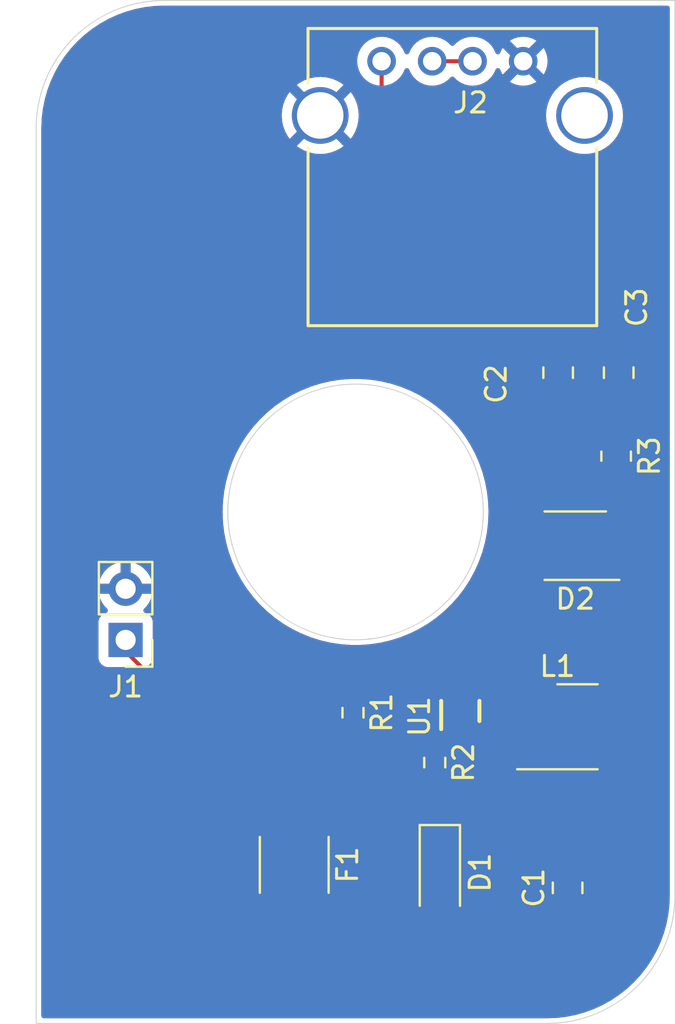
<source format=kicad_pcb>
(kicad_pcb (version 20240108) (generator "pcbnew") (generator_version "8.0")
  (layers (0 "F.Cu" signal) (31 "B.Cu" signal) (34 "B.Paste" user) (35 "F.Paste" user) (36 "B.SilkS" user "B.Silkscreen") (37 "F.SilkS" user "F.Silkscreen") (38 "B.Mask" user) (39 "F.Mask" user) (44 "Edge.Cuts" user))
  (net 0 "")
  (net 1 "Net-(D1-K)")
  (net 2 "GND")
  (net 3 "Net-(J2-VBUS)")
  (net 4 "Net-(D1-A)")
  (net 5 "Net-(D2-A)")
  (net 6 "Net-(J1-Pin_1)")
  (net 7 "Net-(J2-D+)")
  (net 8 "Net-(U1-SW)")
  (net 9 "Net-(U1-FB)")
  (footprint "Capacitor_SMD:C_0805_2012Metric" (layer "F.Cu") (at 214.376 145.669 90)
    (property "Reference" "C1" (at 0 -1.68 90) (layer "F.SilkS"))
    (property "Value" "10 uF")
    (fp_line (start -0.261252 -0.735) (end 0.261252 -0.735) (stroke (width 0.12)) (layer "F.SilkS"))
    (fp_line (start -0.261252 0.735) (end 0.261252 0.735) (stroke (width 0.12)) (layer "F.SilkS"))
    (pad "1" smd roundrect (at -0.95 0 90) (size 1 1.45) (layers "F.Cu" "F.Paste" "F.Mask") (net 1 "Net-(D1-K)"))
    (pad "2" smd roundrect (at 0.95 0 90) (size 1 1.45) (layers "F.Cu" "F.Paste" "F.Mask") (net 2 "GND"))
  )
  (footprint "Fuse:Fuse_1812_4532Metric_Pad1.30x3.40mm_HandSolder" (layer "F.Cu") (at 200.787 144.526 -90)
    (property "Reference" "F1" (at 0 -2.65 90) (layer "F.SilkS"))
    (property "Value" "PTC Resettable Fuse")
    (fp_line (start -1.386252 1.71) (end 1.386252 1.71) (stroke (width 0.12)) (layer "F.SilkS"))
    (fp_line (start -1.386252 -1.71) (end 1.386252 -1.71) (stroke (width 0.12)) (layer "F.SilkS"))
    (pad "1" smd roundrect (at -2.225 0 270) (size 1.3 3.4) (layers "F.Cu" "F.Paste" "F.Mask") (roundrect_rratio 0.192308) (net 6 "Net-(J1-Pin_1)"))
    (pad "2" smd roundrect (at 2.225 0 270) (size 1.3 3.4) (layers "F.Cu" "F.Paste" "F.Mask") (roundrect_rratio 0.192308) (net 4 "Net-(D1-A)"))
  )
  (footprint "Resistor_SMD:R_0603_1608Metric" (layer "F.Cu") (at 207.772 139.446 -90)
    (property "Reference" "R2" (at 0 -1.43 90) (layer "F.SilkS"))
    (property "Value" "100 kΩ")
    (fp_line (start -0.237258 0.5225) (end 0.237258 0.5225) (stroke (width 0.12)) (layer "F.SilkS"))
    (fp_line (start -0.237258 -0.5225) (end 0.237258 -0.5225) (stroke (width 0.12)) (layer "F.SilkS"))
    (pad "1" smd roundrect (at -0.825 0 270) (size 0.8 0.95) (layers "F.Cu" "F.Paste" "F.Mask") (net 9 "Net-(U1-FB)"))
    (pad "2" smd roundrect (at 0.825 0 270) (size 0.8 0.95) (layers "F.Cu" "F.Paste" "F.Mask") (net 2 "GND"))
  )
  (footprint "Capacitor_SMD:C_0805_2012Metric" (layer "F.Cu") (at 216.916 120.081 90)
    (property "Reference" "C3" (at 3.241 0.889 90) (layer "F.SilkS"))
    (property "Value" "22 uF")
    (fp_line (start -0.261252 -0.735) (end 0.261252 -0.735) (stroke (width 0.12)) (layer "F.SilkS"))
    (fp_line (start -0.261252 0.735) (end 0.261252 0.735) (stroke (width 0.12)) (layer "F.SilkS"))
    (pad "1" smd roundrect (at -0.95 0 90) (size 1 1.45) (layers "F.Cu" "F.Paste" "F.Mask") (net 3 "Net-(J2-VBUS)"))
    (pad "2" smd roundrect (at 0.95 0 90) (size 1 1.45) (layers "F.Cu" "F.Paste" "F.Mask") (net 2 "GND"))
  )
  (footprint "LED_SMD:LED_ROHM_SMLVN6" (layer "F.Cu") (at 214.756 128.6745 180)
    (property "Reference" "D2" (at 0 -2.65 0) (layer "F.SilkS"))
    (property "Value" "LED")
    (fp_line (start -1.525 1.7) (end 1.525 1.7) (stroke (width 0.12)) (layer "F.SilkS"))
    (fp_line (start -2.19 -1.7) (end 1.525 -1.7) (stroke (width 0.12)) (layer "F.SilkS"))
    (pad "1" smd roundrect (at -1.525 -1.05 180) (size 1.45 0.8) (layers "F.Cu" "F.Paste" "F.Mask") (roundrect_rratio 0.2) (net 2 "GND"))
    (pad "2" smd roundrect (at -1.525 0 180) (size 1.45 0.6) (layers "F.Cu" "F.Paste" "F.Mask") (roundrect_rratio 0.2) (net 5 "Net-(D2-A)"))
    (pad "3" smd roundrect (at -1.525 1.05 180) (size 1.45 0.8) (layers "F.Cu" "F.Paste" "F.Mask") (roundrect_rratio 0.2))
    (pad "4" smd roundrect (at 1.525 1.05 180) (size 1.45 0.8) (layers "F.Cu" "F.Paste" "F.Mask") (roundrect_rratio 0.2))
    (pad "5" smd roundrect (at 1.525 0 180) (size 1.45 0.6) (layers "F.Cu" "F.Paste" "F.Mask") (roundrect_rratio 0.2))
    (pad "6" smd roundrect (at 1.525 -1.05 180) (size 1.45 0.8) (layers "F.Cu" "F.Paste" "F.Mask") (roundrect_rratio 0.2))
  )
  (footprint "Capacitor_SMD:C_0805_2012Metric" (layer "F.Cu") (at 213.906 120.081 90)
    (property "Reference" "C2" (at -0.569 -3.086 90) (layer "F.SilkS"))
    (property "Value" "22 uF")
    (fp_line (start -0.261252 -0.735) (end 0.261252 -0.735) (stroke (width 0.12)) (layer "F.SilkS"))
    (fp_line (start -0.261252 0.735) (end 0.261252 0.735) (stroke (width 0.12)) (layer "F.SilkS"))
    (pad "1" smd roundrect (at -0.95 0 90) (size 1 1.45) (layers "F.Cu" "F.Paste" "F.Mask") (net 3 "Net-(J2-VBUS)"))
    (pad "2" smd roundrect (at 0.95 0 90) (size 1 1.45) (layers "F.Cu" "F.Paste" "F.Mask") (net 2 "GND"))
  )
  (footprint "Diode_SMD:D_SOD-123" (layer "F.Cu") (at 208.026 144.908 -90)
    (property "Reference" "D1" (at 0 -2 90) (layer "F.SilkS"))
    (property "Value" "D_Schottky")
    (fp_line (start -2.36 1) (end 1.65 1) (stroke (width 0.12)) (layer "F.SilkS"))
    (fp_line (start -2.36 -1) (end -2.36 1) (stroke (width 0.12)) (layer "F.SilkS"))
    (fp_line (start -2.36 -1) (end 1.65 -1) (stroke (width 0.12)) (layer "F.SilkS"))
    (pad "1" smd roundrect (at -1.65 0 270) (size 0.9 1.2) (layers "F.Cu" "F.Paste" "F.Mask") (net 1 "Net-(D1-K)"))
    (pad "2" smd roundrect (at 1.65 0 270) (size 0.9 1.2) (layers "F.Cu" "F.Paste" "F.Mask") (net 4 "Net-(D1-A)"))
  )
  (footprint "Inductor_SMD_Wurth:L_Wurth_WE-LQSH-4020" (layer "F.Cu") (at 213.868 137.668)
    (property "Reference" "L1" (at 0 -3 0) (layer "F.SilkS"))
    (property "Value" "1 µH")
    (fp_line (start -2 2.11) (end 2 2.11) (stroke (width 0.12)) (layer "F.SilkS"))
    (fp_line (start 0 -2.11) (end 2 -2.11) (stroke (width 0.12)) (layer "F.SilkS"))
    (pad "1" smd rect (at -1.55 0) (size 1.2 3.3) (layers "F.Cu" "F.Paste" "F.Mask") (net 1 "Net-(D1-K)"))
    (pad "2" smd rect (at 1.55 0) (size 1.2 3.3) (layers "F.Cu" "F.Paste" "F.Mask") (net 8 "Net-(U1-SW)"))
  )
  (footprint "Connector_PinHeader_2.54mm:PinHeader_1x02_P2.54mm_Vertical" (layer "F.Cu") (at 192.405 133.355 180)
    (property "Reference" "J1" (at 0 -2.33 0) (layer "F.SilkS"))
    (property "Value" "Conn_01x02_Pin")
    (fp_line (start 1.33 1.27) (end 1.33 3.87) (stroke (width 0.12)) (layer "F.SilkS"))
    (fp_line (start -1.33 3.87) (end 1.33 3.87) (stroke (width 0.12)) (layer "F.SilkS"))
    (fp_line (start -1.33 1.27) (end 1.33 1.27) (stroke (width 0.12)) (layer "F.SilkS"))
    (fp_line (start -1.33 1.27) (end -1.33 3.87) (stroke (width 0.12)) (layer "F.SilkS"))
    (fp_line (start -1.33 0) (end -1.33 -1.33) (stroke (width 0.12)) (layer "F.SilkS"))
    (fp_line (start -1.33 -1.33) (end 0 -1.33) (stroke (width 0.12)) (layer "F.SilkS"))
    (pad "1" thru_hole rect (at 0 0 180) (size 1.7 1.7) (drill 1) (layers "*.Cu" "*.Mask") (net 6 "Net-(J1-Pin_1)"))
    (pad "2" thru_hole oval (at 0 2.54 180) (size 1.7 1.7) (drill 1) (layers "*.Cu" "*.Mask") (net 2 "GND"))
  )
  (footprint "usb_charger_library:87520_0010BLF" (layer "F.Cu") (at 205.0144 104.508259)
    (property "Reference" "J2" (at 4.5356 2.171741 0) (layer "F.SilkS"))
    (property "Value" "USB_A")
    (fp_line (start -3.5416 -1.517609) (end -3.5416 1.16654) (stroke (width 0.1524)) (layer "F.SilkS"))
    (fp_line (start -3.5416 4.434241) (end -3.5416 13.239791) (stroke (width 0.1524)) (layer "F.SilkS"))
    (fp_line (start -3.5416 13.239791) (end 10.8094 13.239791) (stroke (width 0.1524)) (layer "F.SilkS"))
    (fp_line (start 10.8094 -1.517609) (end -3.5416 -1.517609) (stroke (width 0.1524)) (layer "F.SilkS"))
    (fp_line (start 10.8094 1.16654) (end 10.8094 -1.517609) (stroke (width 0.1524)) (layer "F.SilkS"))
    (fp_line (start 10.8094 13.239791) (end 10.8094 4.434241) (stroke (width 0.1524)) (layer "F.SilkS"))
    (pad "1" thru_hole circle (at 0.116 0.107991) (size 1.4224 1.4224) (drill 0.9144) (layers "*.Cu" "*.Mask") (net 3 "Net-(J2-VBUS)"))
    (pad "2" thru_hole circle (at 2.6306 0.107991) (size 1.4224 1.4224) (drill 0.9144) (layers "*.Cu" "*.Mask") (net 7 "Net-(J2-D+)"))
    (pad "3" thru_hole circle (at 4.6372 0.107991) (size 1.4224 1.4224) (drill 0.9144) (layers "*.Cu" "*.Mask") (net 7 "Net-(J2-D+)"))
    (pad "4" thru_hole circle (at 7.1518 0.107991) (size 1.4224 1.4224) (drill 0.9144) (layers "*.Cu" "*.Mask") (net 2 "GND"))
    (pad "5" thru_hole circle (at -2.9361 2.800391) (size 2.8194 2.8194) (drill 2.3114) (layers "*.Cu" "*.Mask") (net 2 "GND"))
    (pad "6" thru_hole circle (at 10.2039 2.800391) (size 2.8194 2.8194) (drill 2.3114) (layers "*.Cu" "*.Mask"))
  )
  (footprint "Resistor_SMD:R_0805_2012Metric" (layer "F.Cu") (at 216.789 124.2295 -90)
    (property "Reference" "R3" (at 0 -1.65 90) (layer "F.SilkS"))
    (property "Value" "280 Ω")
    (fp_line (start -0.227064 0.735) (end 0.227064 0.735) (stroke (width 0.12)) (layer "F.SilkS"))
    (fp_line (start -0.227064 -0.735) (end 0.227064 -0.735) (stroke (width 0.12)) (layer "F.SilkS"))
    (pad "1" smd roundrect (at -0.9125 0 270) (size 1.025 1.4) (layers "F.Cu" "F.Paste" "F.Mask") (roundrect_rratio 0.243902) (net 3 "Net-(J2-VBUS)"))
    (pad "2" smd roundrect (at 0.9125 0 270) (size 1.025 1.4) (layers "F.Cu" "F.Paste" "F.Mask") (roundrect_rratio 0.243902) (net 5 "Net-(D2-A)"))
  )
  (footprint "Resistor_SMD:R_0603_1608Metric" (layer "F.Cu") (at 203.708 136.97 -90)
    (property "Reference" "R1" (at 0 -1.43 90) (layer "F.SilkS"))
    (property "Value" "732 kΩ")
    (fp_line (start -0.237258 0.5225) (end 0.237258 0.5225) (stroke (width 0.12)) (layer "F.SilkS"))
    (fp_line (start -0.237258 -0.5225) (end 0.237258 -0.5225) (stroke (width 0.12)) (layer "F.SilkS"))
    (pad "1" smd roundrect (at -0.825 0 270) (size 0.8 0.95) (layers "F.Cu" "F.Paste" "F.Mask") (net 3 "Net-(J2-VBUS)"))
    (pad "2" smd roundrect (at 0.825 0 270) (size 0.8 0.95) (layers "F.Cu" "F.Paste" "F.Mask") (net 9 "Net-(U1-FB)"))
  )
  (footprint "usb_charger_library:TPS61023DRLR" (layer "F.Cu") (at 209.042003 136.884001 90)
    (property "Reference" "U1" (at -0.275999 -2.032003 90) (layer "F.SilkS"))
    (property "Value" "~")
    (fp_line (start -0.900001 -0.950001) (end 0.499999 -0.950001) (stroke (width 0.2)) (layer "F.SilkS"))
    (fp_line (start -0.499999 0.950001) (end 0.499999 0.950001) (stroke (width 0.2)) (layer "F.SilkS"))
    (pad "1" smd rect (at -0.740001 -0.500002 180) (size 0.299999 0.670001) (layers "F.Cu" "F.Paste" "F.Mask") (net 9 "Net-(U1-FB)"))
    (pad "2" smd rect (at -0.740001 -0.000003 180) (size 0.299999 0.670001) (layers "F.Cu" "F.Paste" "F.Mask") (net 1 "Net-(D1-K)"))
    (pad "3" smd rect (at -0.740001 0.499999 180) (size 0.299999 0.670001) (layers "F.Cu" "F.Paste" "F.Mask") (net 1 "Net-(D1-K)"))
    (pad "4" smd rect (at 0.740001 0.499999 180) (size 0.299999 0.670001) (layers "F.Cu" "F.Paste" "F.Mask") (net 2 "GND"))
    (pad "5" smd rect (at 0.740001 -0.000003 180) (size 0.299999 0.670001) (layers "F.Cu" "F.Paste" "F.Mask") (net 8 "Net-(U1-SW)"))
    (pad "6" smd rect (at 0.740001 -0.500002 180) (size 0.299999 0.670001) (layers "F.Cu" "F.Paste" "F.Mask") (net 3 "Net-(J2-VBUS)"))
  )
  (gr_line (start 194.31 101.6) (end 219.71 101.6) (stroke (width 0.05)) (layer "Edge.Cuts"))
  (gr_arc (start 187.96 107.95) (mid 189.819872 103.459872) (end 194.31 101.6) (stroke (width 0.05)) (layer "Edge.Cuts"))
  (gr_line (start 219.71 146.05) (end 219.71 101.6) (stroke (width 0.05)) (layer "Edge.Cuts"))
  (gr_circle (center 203.835 127) (end 210.185 127) (stroke (width 0.05)) (fill none) (layer "Edge.Cuts"))
  (gr_arc (start 219.71 146.05) (mid 217.850128 150.540128) (end 213.36 152.4) (stroke (width 0.05)) (layer "Edge.Cuts"))
  (gr_line (start 187.96 152.4) (end 213.36 152.4) (stroke (width 0.05)) (layer "Edge.Cuts"))
  (gr_line (start 187.96 107.95) (end 187.96 152.4) (stroke (width 0.05)) (layer "Edge.Cuts"))
  (segment (start 211.387 146.619) (end 208.026 143.258) (width 0.2) (layer "F.Cu") (net 1))
  (segment (start 209.042 137.624002) (end 209.042 142.242) (width 0.2) (layer "F.Cu") (net 1))
  (segment (start 209.042 137.624002) (end 209.542002 137.624002) (width 0.2) (layer "F.Cu") (net 1))
  (segment (start 214.376 146.619) (end 211.387 146.619) (width 0.2) (layer "F.Cu") (net 1))
  (segment (start 209.542002 137.624002) (end 209.695598 137.624002) (width 0.2) (layer "F.Cu") (net 1))
  (segment (start 209.695598 137.624002) (end 209.739596 137.668) (width 0.2) (layer "F.Cu") (net 1))
  (segment (start 209.739596 137.668) (end 212.318 137.668) (width 0.2) (layer "F.Cu") (net 1))
  (segment (start 209.042 142.242) (end 208.026 143.258) (width 0.2) (layer "F.Cu") (net 1))
  (segment (start 209.8615 136.144) (end 216.281 129.7245) (width 0.2) (layer "F.Cu") (net 2))
  (segment (start 209.542002 136.144) (end 209.8615 136.144) (width 0.2) (layer "F.Cu") (net 2))
  (segment (start 203.708 136.145) (end 208.541001 136.145) (width 0.2) (layer "F.Cu") (net 3))
  (segment (start 205.1304 112.2554) (end 213.906 121.031) (width 0.2) (layer "F.Cu") (net 3))
  (segment (start 208.542001 135.559) (end 213.676501 130.4245) (width 0.2) (layer "F.Cu") (net 3))
  (segment (start 213.990972 130.4245) (end 215.0872 129.328272) (width 0.2) (layer "F.Cu") (net 3))
  (segment (start 215.0872 129.328272) (end 215.0872 125.0188) (width 0.2) (layer "F.Cu") (net 3))
  (segment (start 205.1304 104.61625) (end 205.1304 112.2554) (width 0.2) (layer "F.Cu") (net 3))
  (segment (start 215.0872 125.0188) (end 216.789 123.317) (width 0.2) (layer "F.Cu") (net 3))
  (segment (start 216.916 121.031) (end 216.916 123.19) (width 0.2) (layer "F.Cu") (net 3))
  (segment (start 208.541001 136.145) (end 208.542001 136.144) (width 0.2) (layer "F.Cu") (net 3))
  (segment (start 213.906 121.031) (end 216.916 121.031) (width 0.2) (layer "F.Cu") (net 3))
  (segment (start 208.542001 136.144) (end 208.542001 135.559) (width 0.2) (layer "F.Cu") (net 3))
  (segment (start 213.676501 130.4245) (end 213.990972 130.4245) (width 0.2) (layer "F.Cu") (net 3))
  (segment (start 216.916 123.19) (end 216.789 123.317) (width 0.2) (layer "F.Cu") (net 3))
  (segment (start 208.026 146.558) (end 200.98 146.558) (width 0.2) (layer "F.Cu") (net 4))
  (segment (start 200.98 146.558) (end 200.787 146.751) (width 0.2) (layer "F.Cu") (net 4))
  (segment (start 217.306 125.659) (end 217.306 128.059472) (width 0.2) (layer "F.Cu") (net 5))
  (segment (start 216.690972 128.6745) (end 216.281 128.6745) (width 0.2) (layer "F.Cu") (net 5))
  (segment (start 217.306 128.059472) (end 216.690972 128.6745) (width 0.2) (layer "F.Cu") (net 5))
  (segment (start 216.789 125.142) (end 217.306 125.659) (width 0.2) (layer "F.Cu") (net 5))
  (segment (start 192.405 133.355) (end 192.405 133.919) (width 0.2) (layer "F.Cu") (net 6))
  (segment (start 192.405 133.919) (end 200.787 142.301) (width 0.2) (layer "F.Cu") (net 6))
  (segment (start 207.645 104.61625) (end 209.6516 104.61625) (width 0.2) (layer "F.Cu") (net 7))
  (segment (start 211.262001 135.509) (end 209.992001 136.779) (width 0.2) (layer "F.Cu") (net 8))
  (segment (start 215.418 137.668) (end 213.259 135.509) (width 0.2) (layer "F.Cu") (net 8))
  (segment (start 209.992001 136.779) (end 209.092003 136.779) (width 0.2) (layer "F.Cu") (net 8))
  (segment (start 213.259 135.509) (end 211.262001 135.509) (width 0.2) (layer "F.Cu") (net 8))
  (segment (start 209.042 136.728997) (end 209.042 136.144) (width 0.2) (layer "F.Cu") (net 8))
  (segment (start 209.092003 136.779) (end 209.042 136.728997) (width 0.2) (layer "F.Cu") (net 8))
  (segment (start 208.542001 137.624002) (end 208.542001 137.850999) (width 0.2) (layer "F.Cu") (net 9))
  (segment (start 208.542001 137.850999) (end 207.772 138.621) (width 0.2) (layer "F.Cu") (net 9))
  (segment (start 204.534 138.621) (end 203.708 137.795) (width 0.2) (layer "F.Cu") (net 9))
  (segment (start 207.772 138.621) (end 204.534 138.621) (width 0.2) (layer "F.Cu") (net 9))
  (zone (net 2) (net_name "GND") (layer "F.Cu") (priority 1) (connect_pads (clearance 0.5)) (min_thickness 0.25) (fill yes (thermal_gap 0.5) (thermal_bridge_width 0.5))
    (polygon (pts (xy 187.96 152.4) (xy 219.71 152.4) (xy 219.71 101.6) (xy 187.96 101.6)))
  )
  (zone (net 2) (net_name "GND") (layer "B.Cu") (connect_pads (clearance 0.5)) (min_thickness 0.25) (fill yes (thermal_gap 0.5) (thermal_bridge_width 0.5))
    (polygon (pts (xy 187.96 152.4) (xy 219.71 152.4) (xy 219.71 101.6) (xy 187.96 101.6)))
  )
)
</source>
